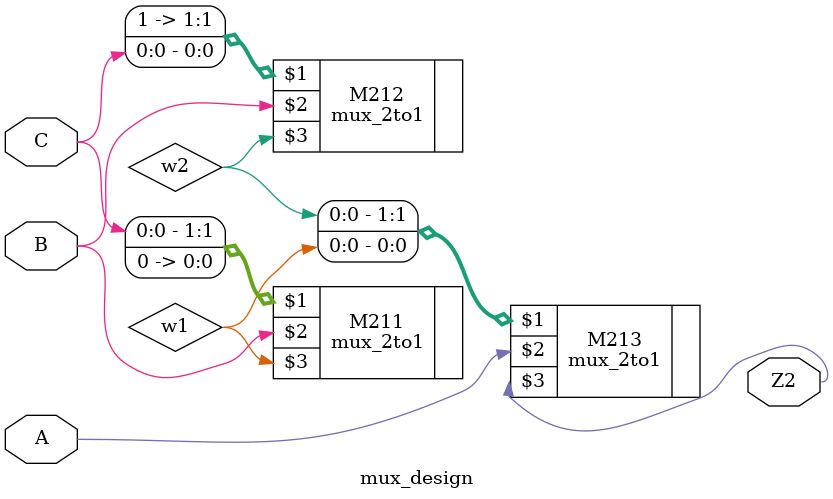
<source format=v>
`include "../mux_2to1.v"
module mux_design(input A, input B, input C, output Z2);
    //WRITE YOUR CODE HERE
    wire w1, w2;
    mux_2to1 M211({C, 1'b0}, B, w1);
    mux_2to1 M212({1'b1, C}, B, w2);
    mux_2to1 M213({w2, w1}, A, Z2);
endmodule
/*
Z2 = AB + AC + BC
A B C | Z2
0 0 0 | 0
0 0 1 | 0
0 1 0 | 0
0 1 1 | 1
1 0 0 | 0
1 0 1 | 1
1 1 0 | 1 
1 1 1 | 1
*/
</source>
